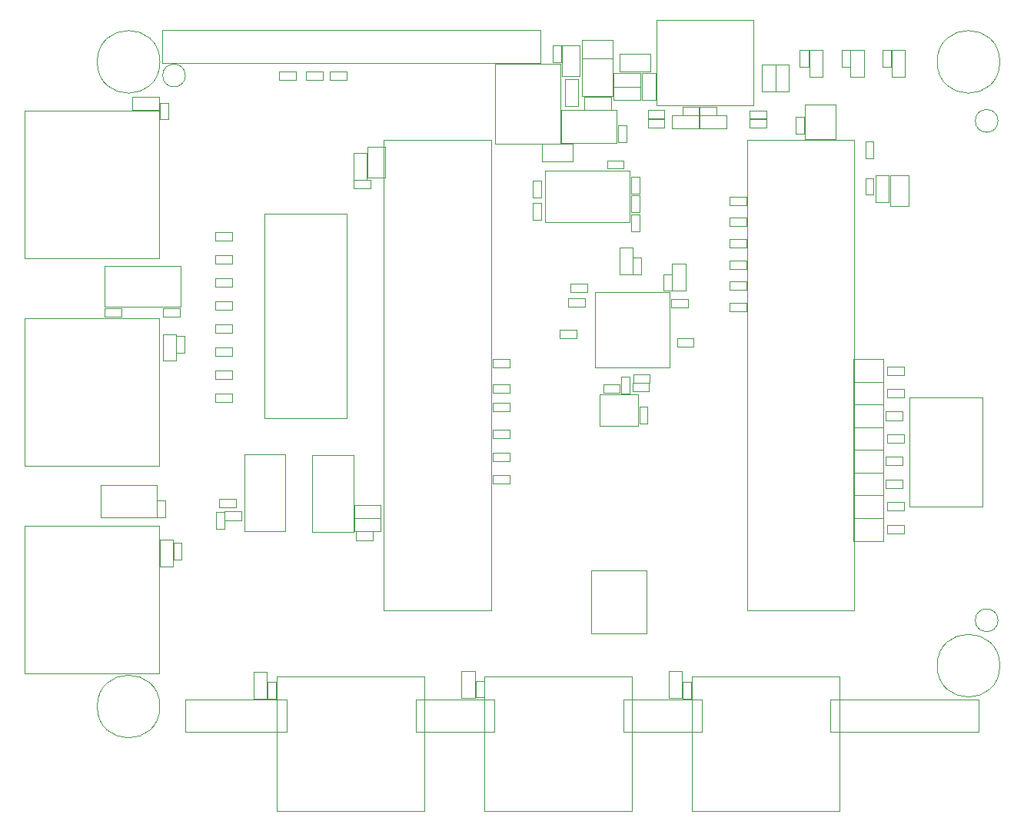
<source format=gbr>
%TF.GenerationSoftware,KiCad,Pcbnew,8.0.4-8.0.4-0~ubuntu22.04.1*%
%TF.CreationDate,2024-09-05T16:25:04-04:00*%
%TF.ProjectId,tinytapeout-demo,74696e79-7461-4706-956f-75742d64656d,2.0.1*%
%TF.SameCoordinates,PX38be5e0PY7d687e0*%
%TF.FileFunction,Other,User*%
%FSLAX46Y46*%
G04 Gerber Fmt 4.6, Leading zero omitted, Abs format (unit mm)*
G04 Created by KiCad (PCBNEW 8.0.4-8.0.4-0~ubuntu22.04.1) date 2024-09-05 16:25:04*
%MOMM*%
%LPD*%
G01*
G04 APERTURE LIST*
%ADD10C,0.050000*%
%ADD11C,0.120000*%
G04 APERTURE END LIST*
D10*
%TO.C,JP7*%
X142850000Y-92250000D02*
X142850000Y-94750000D01*
X142850000Y-92250000D02*
X146150000Y-92250000D01*
X146150000Y-94750000D02*
X142850000Y-94750000D01*
X146150000Y-94750000D02*
X146150000Y-92250000D01*
%TO.C,R53*%
X129170000Y-76510000D02*
X131030000Y-76510000D01*
X129170000Y-77450000D02*
X129170000Y-76510000D01*
X131030000Y-76510000D02*
X131030000Y-77450000D01*
X131030000Y-77450000D02*
X129170000Y-77450000D01*
%TO.C,R15*%
X146030000Y-55670000D02*
X146970000Y-55670000D01*
X146030000Y-57530000D02*
X146030000Y-55670000D01*
X146970000Y-55670000D02*
X146970000Y-57530000D01*
X146970000Y-57530000D02*
X146030000Y-57530000D01*
%TO.C,C32*%
X117070000Y-77420000D02*
X118530000Y-77420000D01*
X117070000Y-80380000D02*
X117070000Y-77420000D01*
X118530000Y-77420000D02*
X118530000Y-80380000D01*
X118530000Y-80380000D02*
X117070000Y-80380000D01*
%TO.C,C23*%
X144140000Y-65790000D02*
X145060000Y-65790000D01*
X144140000Y-67610000D02*
X144140000Y-65790000D01*
X145060000Y-65790000D02*
X145060000Y-67610000D01*
X145060000Y-67610000D02*
X144140000Y-67610000D01*
%TO.C,C36*%
X118490000Y-92390000D02*
X120310000Y-92390000D01*
X118490000Y-93310000D02*
X118490000Y-92390000D01*
X120310000Y-92390000D02*
X120310000Y-93310000D01*
X120310000Y-93310000D02*
X118490000Y-93310000D01*
%TO.C,R55*%
X129170000Y-71830000D02*
X131030000Y-71830000D01*
X129170000Y-72770000D02*
X129170000Y-71830000D01*
X131030000Y-71830000D02*
X131030000Y-72770000D01*
X131030000Y-72770000D02*
X129170000Y-72770000D01*
%TO.C,JP1*%
X142850000Y-107250000D02*
X142850000Y-109750000D01*
X142850000Y-107250000D02*
X146150000Y-107250000D01*
X146150000Y-109750000D02*
X142850000Y-109750000D01*
X146150000Y-109750000D02*
X146150000Y-107250000D01*
%TO.C,R20*%
X120170000Y-63280000D02*
X122030000Y-63280000D01*
X120170000Y-64220000D02*
X120170000Y-63280000D01*
X122030000Y-63280000D02*
X122030000Y-64220000D01*
X122030000Y-64220000D02*
X120170000Y-64220000D01*
%TO.C,MT3*%
X66450000Y-57000000D02*
G75*
G02*
X59550000Y-57000000I-3450000J0D01*
G01*
X59550000Y-57000000D02*
G75*
G02*
X66450000Y-57000000I3450000J0D01*
G01*
%TO.C,C16*%
X146920000Y-69450000D02*
X148880000Y-69450000D01*
X146920000Y-72850000D02*
X146920000Y-69450000D01*
X148880000Y-69450000D02*
X148880000Y-72850000D01*
X148880000Y-72850000D02*
X146920000Y-72850000D01*
%TO.C,FID3*%
X158750000Y-63500000D02*
G75*
G02*
X156250000Y-63500000I-1250000J0D01*
G01*
X156250000Y-63500000D02*
G75*
G02*
X158750000Y-63500000I1250000J0D01*
G01*
%TO.C,R38*%
X118330000Y-69670000D02*
X119270000Y-69670000D01*
X118330000Y-71530000D02*
X118330000Y-69670000D01*
X119270000Y-69670000D02*
X119270000Y-71530000D01*
X119270000Y-71530000D02*
X118330000Y-71530000D01*
%TO.C,C48*%
X119570000Y-58220000D02*
X121030000Y-58220000D01*
X119570000Y-61180000D02*
X119570000Y-58220000D01*
X121030000Y-58220000D02*
X121030000Y-61180000D01*
X121030000Y-61180000D02*
X119570000Y-61180000D01*
%TO.C,J13*%
X51550000Y-85240000D02*
X51550000Y-101490000D01*
X51550000Y-101490000D02*
X66400000Y-101490000D01*
X66400000Y-85240000D02*
X51550000Y-85240000D01*
X66400000Y-101490000D02*
X66400000Y-85240000D01*
%TO.C,C6*%
X108500000Y-66020000D02*
X111900000Y-66020000D01*
X108500000Y-67980000D02*
X108500000Y-66020000D01*
X111900000Y-66020000D02*
X111900000Y-67980000D01*
X111900000Y-67980000D02*
X108500000Y-67980000D01*
%TO.C,R5*%
X72560000Y-83358571D02*
X74420000Y-83358571D01*
X72560000Y-84298571D02*
X72560000Y-83358571D01*
X74420000Y-83358571D02*
X74420000Y-84298571D01*
X74420000Y-84298571D02*
X72560000Y-84298571D01*
%TO.C,C56*%
X67940000Y-109990000D02*
X68860000Y-109990000D01*
X67940000Y-111810000D02*
X67940000Y-109990000D01*
X68860000Y-109990000D02*
X68860000Y-111810000D01*
X68860000Y-111810000D02*
X67940000Y-111810000D01*
%TO.C,C7*%
X112900000Y-54620000D02*
X116300000Y-54620000D01*
X112900000Y-56580000D02*
X112900000Y-54620000D01*
X116300000Y-54620000D02*
X116300000Y-56580000D01*
X116300000Y-56580000D02*
X112900000Y-56580000D01*
%TO.C,R7*%
X87830000Y-107270000D02*
X90790000Y-107270000D01*
X87830000Y-108730000D02*
X87830000Y-107270000D01*
X90790000Y-107270000D02*
X90790000Y-108730000D01*
X90790000Y-108730000D02*
X87830000Y-108730000D01*
%TO.C,R1*%
X72560000Y-93530000D02*
X74420000Y-93530000D01*
X72560000Y-94470000D02*
X72560000Y-93530000D01*
X74420000Y-93530000D02*
X74420000Y-94470000D01*
X74420000Y-94470000D02*
X72560000Y-94470000D01*
%TO.C,C29*%
X115290000Y-92540000D02*
X117110000Y-92540000D01*
X115290000Y-93460000D02*
X115290000Y-92540000D01*
X117110000Y-92540000D02*
X117110000Y-93460000D01*
X117110000Y-93460000D02*
X115290000Y-93460000D01*
%TO.C,J2*%
X69220000Y-127200000D02*
X69220000Y-130800000D01*
X69220000Y-130800000D02*
X80420000Y-130800000D01*
X80420000Y-127200000D02*
X69220000Y-127200000D01*
X80420000Y-130800000D02*
X80420000Y-127200000D01*
%TO.C,C24*%
X87790000Y-70040000D02*
X89610000Y-70040000D01*
X87790000Y-70960000D02*
X87790000Y-70040000D01*
X89610000Y-70040000D02*
X89610000Y-70960000D01*
X89610000Y-70960000D02*
X87790000Y-70960000D01*
%TO.C,C8*%
X124040000Y-125290000D02*
X124960000Y-125290000D01*
X124040000Y-127110000D02*
X124040000Y-125290000D01*
X124960000Y-125290000D02*
X124960000Y-127110000D01*
X124960000Y-127110000D02*
X124040000Y-127110000D01*
%TO.C,Y1*%
X114900000Y-93650000D02*
X114900000Y-97050000D01*
X114900000Y-97050000D02*
X119100000Y-97050000D01*
X119100000Y-93650000D02*
X114900000Y-93650000D01*
X119100000Y-97050000D02*
X119100000Y-93650000D01*
%TO.C,R18*%
X136930000Y-55670000D02*
X137870000Y-55670000D01*
X136930000Y-57530000D02*
X136930000Y-55670000D01*
X137870000Y-55670000D02*
X137870000Y-57530000D01*
X137870000Y-57530000D02*
X136930000Y-57530000D01*
%TO.C,C58*%
X66440000Y-61490000D02*
X67360000Y-61490000D01*
X66440000Y-63310000D02*
X66440000Y-61490000D01*
X67360000Y-61490000D02*
X67360000Y-63310000D01*
X67360000Y-63310000D02*
X66440000Y-63310000D01*
%TO.C,R50*%
X136430000Y-63070000D02*
X137370000Y-63070000D01*
X136430000Y-64930000D02*
X136430000Y-63070000D01*
X137370000Y-63070000D02*
X137370000Y-64930000D01*
X137370000Y-64930000D02*
X136430000Y-64930000D01*
%TO.C,R11*%
X72570000Y-75730000D02*
X74430000Y-75730000D01*
X72570000Y-76670000D02*
X72570000Y-75730000D01*
X74430000Y-75730000D02*
X74430000Y-76670000D01*
X74430000Y-76670000D02*
X72570000Y-76670000D01*
%TO.C,R43*%
X103070000Y-100030000D02*
X104930000Y-100030000D01*
X103070000Y-100970000D02*
X103070000Y-100030000D01*
X104930000Y-100030000D02*
X104930000Y-100970000D01*
X104930000Y-100970000D02*
X103070000Y-100970000D01*
%TO.C,C46*%
X131390000Y-62340000D02*
X133210000Y-62340000D01*
X131390000Y-63260000D02*
X131390000Y-62340000D01*
X133210000Y-62340000D02*
X133210000Y-63260000D01*
X133210000Y-63260000D02*
X131390000Y-63260000D01*
%TO.C,C4*%
X78340000Y-125290000D02*
X79260000Y-125290000D01*
X78340000Y-127110000D02*
X78340000Y-125290000D01*
X79260000Y-125290000D02*
X79260000Y-127110000D01*
X79260000Y-127110000D02*
X78340000Y-127110000D01*
%TO.C,R24*%
X146410000Y-103001428D02*
X148270000Y-103001428D01*
X146410000Y-103941428D02*
X146410000Y-103001428D01*
X148270000Y-103001428D02*
X148270000Y-103941428D01*
X148270000Y-103941428D02*
X146410000Y-103941428D01*
%TO.C,R22*%
X146560000Y-107990000D02*
X148420000Y-107990000D01*
X146560000Y-108930000D02*
X146560000Y-107990000D01*
X148420000Y-107990000D02*
X148420000Y-108930000D01*
X148420000Y-108930000D02*
X146560000Y-108930000D01*
%TO.C,C47*%
X120190000Y-62290000D02*
X122010000Y-62290000D01*
X120190000Y-63210000D02*
X120190000Y-62290000D01*
X122010000Y-62290000D02*
X122010000Y-63210000D01*
X122010000Y-63210000D02*
X120190000Y-63210000D01*
%TO.C,JP3*%
X142850000Y-102250000D02*
X142850000Y-104750000D01*
X142850000Y-102250000D02*
X146150000Y-102250000D01*
X146150000Y-104750000D02*
X142850000Y-104750000D01*
X146150000Y-104750000D02*
X146150000Y-102250000D01*
%TO.C,R3*%
X72560000Y-88444285D02*
X74420000Y-88444285D01*
X72560000Y-89384285D02*
X72560000Y-88444285D01*
X74420000Y-88444285D02*
X74420000Y-89384285D01*
X74420000Y-89384285D02*
X72560000Y-89384285D01*
%TO.C,JP8*%
X142850000Y-89750000D02*
X142850000Y-92250000D01*
X142850000Y-89750000D02*
X146150000Y-89750000D01*
X146150000Y-92250000D02*
X142850000Y-92250000D01*
X146150000Y-92250000D02*
X146150000Y-89750000D01*
%TO.C,J8*%
X117505000Y-127200000D02*
X117505000Y-130800000D01*
X117505000Y-130800000D02*
X126155000Y-130800000D01*
X126155000Y-127200000D02*
X117505000Y-127200000D01*
X126155000Y-130800000D02*
X126155000Y-127200000D01*
%TO.C,C2*%
X72990000Y-105140000D02*
X74810000Y-105140000D01*
X72990000Y-106060000D02*
X72990000Y-105140000D01*
X74810000Y-105140000D02*
X74810000Y-106060000D01*
X74810000Y-106060000D02*
X72990000Y-106060000D01*
%TO.C,J12*%
X51550000Y-108100000D02*
X51550000Y-124350000D01*
X51550000Y-124350000D02*
X66400000Y-124350000D01*
X66400000Y-108100000D02*
X51550000Y-108100000D01*
X66400000Y-124350000D02*
X66400000Y-108100000D01*
%TO.C,R41*%
X111403884Y-83041018D02*
X113263884Y-83041018D01*
X111403884Y-83981018D02*
X111403884Y-83041018D01*
X113263884Y-83041018D02*
X113263884Y-83981018D01*
X113263884Y-83981018D02*
X111403884Y-83981018D01*
D11*
%TO.C,SW2*%
X75750000Y-100250000D02*
X75750000Y-108650000D01*
X75750000Y-108650000D02*
X80250000Y-108650000D01*
X80250000Y-100250000D02*
X75750000Y-100250000D01*
X80250000Y-108650000D02*
X80250000Y-100250000D01*
D10*
%TO.C,R8*%
X73580000Y-106530000D02*
X75440000Y-106530000D01*
X73580000Y-107470000D02*
X73580000Y-106530000D01*
X75440000Y-106530000D02*
X75440000Y-107470000D01*
X75440000Y-107470000D02*
X73580000Y-107470000D01*
%TO.C,R54*%
X129170000Y-74170000D02*
X131030000Y-74170000D01*
X129170000Y-75110000D02*
X129170000Y-74170000D01*
X131030000Y-74170000D02*
X131030000Y-75110000D01*
X131030000Y-75110000D02*
X129170000Y-75110000D01*
%TO.C,C49*%
X116420000Y-59770000D02*
X119380000Y-59770000D01*
X116420000Y-61230000D02*
X116420000Y-59770000D01*
X119380000Y-59770000D02*
X119380000Y-61230000D01*
X119380000Y-61230000D02*
X116420000Y-61230000D01*
%TO.C,C35*%
X123390000Y-87440000D02*
X125210000Y-87440000D01*
X123390000Y-88360000D02*
X123390000Y-87440000D01*
X125210000Y-87440000D02*
X125210000Y-88360000D01*
X125210000Y-88360000D02*
X123390000Y-88360000D01*
%TO.C,J20*%
X121180000Y-61770000D02*
X121180000Y-52350000D01*
X131820000Y-52350000D02*
X121180000Y-52350000D01*
X131820000Y-61770000D02*
X121180000Y-61770000D01*
X131820000Y-61770000D02*
X131820000Y-52350000D01*
%TO.C,J3*%
X79355000Y-124655000D02*
X79355000Y-139505000D01*
X79355000Y-139505000D02*
X95605000Y-139505000D01*
X95605000Y-124655000D02*
X79355000Y-124655000D01*
X95605000Y-139505000D02*
X95605000Y-124655000D01*
%TO.C,J7*%
X113950000Y-113050000D02*
X113950000Y-119950000D01*
X113950000Y-119950000D02*
X120050000Y-119950000D01*
X120050000Y-113050000D02*
X113950000Y-113050000D01*
X120050000Y-119950000D02*
X120050000Y-113050000D01*
%TO.C,R12*%
X88080000Y-108730000D02*
X89940000Y-108730000D01*
X88080000Y-109670000D02*
X88080000Y-108730000D01*
X89940000Y-108730000D02*
X89940000Y-109670000D01*
X89940000Y-109670000D02*
X88080000Y-109670000D01*
%TO.C,C25*%
X87770000Y-67020000D02*
X89230000Y-67020000D01*
X87770000Y-69980000D02*
X87770000Y-67020000D01*
X89230000Y-67020000D02*
X89230000Y-69980000D01*
X89230000Y-69980000D02*
X87770000Y-69980000D01*
%TO.C,MT4*%
X158950000Y-57000000D02*
G75*
G02*
X152050000Y-57000000I-3450000J0D01*
G01*
X152050000Y-57000000D02*
G75*
G02*
X158950000Y-57000000I3450000J0D01*
G01*
%TO.C,MT2*%
X158950000Y-123500000D02*
G75*
G02*
X152050000Y-123500000I-3450000J0D01*
G01*
X152050000Y-123500000D02*
G75*
G02*
X158950000Y-123500000I3450000J0D01*
G01*
%TO.C,C5*%
X76770000Y-124220000D02*
X78230000Y-124220000D01*
X76770000Y-127180000D02*
X76770000Y-124220000D01*
X78230000Y-124220000D02*
X78230000Y-127180000D01*
X78230000Y-127180000D02*
X76770000Y-127180000D01*
%TO.C,R13*%
X72630000Y-106570000D02*
X73570000Y-106570000D01*
X72630000Y-108430000D02*
X72630000Y-106570000D01*
X73570000Y-106570000D02*
X73570000Y-108430000D01*
X73570000Y-108430000D02*
X72630000Y-108430000D01*
%TO.C,R21*%
X131370000Y-63330000D02*
X133230000Y-63330000D01*
X131370000Y-64270000D02*
X131370000Y-63330000D01*
X133230000Y-63330000D02*
X133230000Y-64270000D01*
X133230000Y-64270000D02*
X131370000Y-64270000D01*
%TO.C,R42*%
X103080000Y-102530000D02*
X104940000Y-102530000D01*
X103080000Y-103470000D02*
X103080000Y-102530000D01*
X104940000Y-102530000D02*
X104940000Y-103470000D01*
X104940000Y-103470000D02*
X103080000Y-103470000D01*
%TO.C,J5*%
X102215000Y-124655000D02*
X102215000Y-139505000D01*
X102215000Y-139505000D02*
X118465000Y-139505000D01*
X118465000Y-124655000D02*
X102215000Y-124655000D01*
X118465000Y-139505000D02*
X118465000Y-124655000D01*
%TO.C,C21*%
X89320000Y-66350000D02*
X91280000Y-66350000D01*
X89320000Y-69750000D02*
X89320000Y-66350000D01*
X91280000Y-66350000D02*
X91280000Y-69750000D01*
X91280000Y-69750000D02*
X89320000Y-69750000D01*
%TO.C,R49*%
X111070000Y-58920000D02*
X112530000Y-58920000D01*
X111070000Y-61880000D02*
X111070000Y-58920000D01*
X112530000Y-58920000D02*
X112530000Y-61880000D01*
X112530000Y-61880000D02*
X111070000Y-61880000D01*
%TO.C,R2*%
X72560000Y-90987142D02*
X74420000Y-90987142D01*
X72560000Y-91927142D02*
X72560000Y-90987142D01*
X74420000Y-90987142D02*
X74420000Y-91927142D01*
X74420000Y-91927142D02*
X72560000Y-91927142D01*
%TO.C,D5*%
X125920000Y-62870000D02*
X128880000Y-62870000D01*
X125920000Y-64330000D02*
X125920000Y-62870000D01*
X128880000Y-62870000D02*
X128880000Y-64330000D01*
X128880000Y-64330000D02*
X125920000Y-64330000D01*
%TO.C,JP2*%
X142850000Y-104750000D02*
X142850000Y-107250000D01*
X142850000Y-104750000D02*
X146150000Y-104750000D01*
X146150000Y-107250000D02*
X142850000Y-107250000D01*
X146150000Y-107250000D02*
X146150000Y-104750000D01*
%TO.C,C30*%
X119240000Y-94990000D02*
X120160000Y-94990000D01*
X119240000Y-96810000D02*
X119240000Y-94990000D01*
X120160000Y-94990000D02*
X120160000Y-96810000D01*
X120160000Y-96810000D02*
X119240000Y-96810000D01*
%TO.C,R28*%
X146560000Y-93024284D02*
X148420000Y-93024284D01*
X146560000Y-93964284D02*
X146560000Y-93024284D01*
X148420000Y-93024284D02*
X148420000Y-93964284D01*
X148420000Y-93964284D02*
X146560000Y-93964284D01*
%TO.C,C39*%
X111690000Y-81440000D02*
X113510000Y-81440000D01*
X111690000Y-82360000D02*
X111690000Y-81440000D01*
X113510000Y-81440000D02*
X113510000Y-82360000D01*
X113510000Y-82360000D02*
X111690000Y-82360000D01*
%TO.C,U1*%
D11*
X149000000Y-106000000D02*
X157000000Y-106000000D01*
X157000000Y-94000000D01*
X149000000Y-94000000D01*
X149000000Y-106000000D01*
D10*
%TO.C,R23*%
X146560000Y-105495714D02*
X148420000Y-105495714D01*
X146560000Y-106435714D02*
X146560000Y-105495714D01*
X148420000Y-105495714D02*
X148420000Y-106435714D01*
X148420000Y-106435714D02*
X146560000Y-106435714D01*
%TO.C,C38*%
X110490000Y-86540000D02*
X112310000Y-86540000D01*
X110490000Y-87460000D02*
X110490000Y-86540000D01*
X112310000Y-86540000D02*
X112310000Y-87460000D01*
X112310000Y-87460000D02*
X110490000Y-87460000D01*
%TO.C,R45*%
X103070000Y-94530000D02*
X104930000Y-94530000D01*
X103070000Y-95470000D02*
X103070000Y-94530000D01*
X104930000Y-94530000D02*
X104930000Y-95470000D01*
X104930000Y-95470000D02*
X103070000Y-95470000D01*
%TO.C,U5*%
X108850000Y-68940000D02*
X108850000Y-74660000D01*
X108850000Y-74660000D02*
X118150000Y-74660000D01*
X118150000Y-68940000D02*
X108850000Y-68940000D01*
X118150000Y-74660000D02*
X118150000Y-68940000D01*
%TO.C,R51*%
X129170000Y-81190000D02*
X131030000Y-81190000D01*
X129170000Y-82130000D02*
X129170000Y-81190000D01*
X131030000Y-81190000D02*
X131030000Y-82130000D01*
X131030000Y-82130000D02*
X129170000Y-82130000D01*
%TO.C,C37*%
X122870000Y-79220000D02*
X124330000Y-79220000D01*
X122870000Y-82180000D02*
X122870000Y-79220000D01*
X124330000Y-79220000D02*
X124330000Y-82180000D01*
X124330000Y-82180000D02*
X122870000Y-82180000D01*
%TO.C,R35*%
X107530000Y-72570000D02*
X108470000Y-72570000D01*
X107530000Y-74430000D02*
X107530000Y-72570000D01*
X108470000Y-72570000D02*
X108470000Y-74430000D01*
X108470000Y-74430000D02*
X107530000Y-74430000D01*
%TO.C,J10*%
X59925000Y-103595000D02*
X59925000Y-107195000D01*
X59925000Y-107195000D02*
X66075000Y-107195000D01*
X66075000Y-103595000D02*
X59925000Y-103595000D01*
X66075000Y-107195000D02*
X66075000Y-103595000D01*
%TO.C,U6*%
X114380000Y-82380000D02*
X114380000Y-90620000D01*
X114380000Y-90620000D02*
X122620000Y-90620000D01*
X122620000Y-82380000D02*
X114380000Y-82380000D01*
X122620000Y-90620000D02*
X122620000Y-82380000D01*
%TO.C,C33*%
X121940000Y-80390000D02*
X122860000Y-80390000D01*
X121940000Y-82210000D02*
X121940000Y-80390000D01*
X122860000Y-80390000D02*
X122860000Y-82210000D01*
X122860000Y-82210000D02*
X121940000Y-82210000D01*
%TO.C,Q1*%
X137500000Y-61680000D02*
X137500000Y-65520000D01*
X137500000Y-65520000D02*
X140900000Y-65520000D01*
X140900000Y-61680000D02*
X137500000Y-61680000D01*
X140900000Y-65520000D02*
X140900000Y-61680000D01*
%TO.C,R27*%
X146410000Y-95518570D02*
X148270000Y-95518570D01*
X146410000Y-96458570D02*
X146410000Y-95518570D01*
X148270000Y-95518570D02*
X148270000Y-96458570D01*
X148270000Y-96458570D02*
X146410000Y-96458570D01*
%TO.C,J17*%
X94660000Y-127200000D02*
X94660000Y-130800000D01*
X94660000Y-130800000D02*
X103310000Y-130800000D01*
X103310000Y-127200000D02*
X94660000Y-127200000D01*
X103310000Y-130800000D02*
X103310000Y-127200000D01*
%TO.C,C9*%
X122470000Y-124120000D02*
X123930000Y-124120000D01*
X122470000Y-127080000D02*
X122470000Y-124120000D01*
X123930000Y-124120000D02*
X123930000Y-127080000D01*
X123930000Y-127080000D02*
X122470000Y-127080000D01*
%TO.C,F1*%
X117120000Y-56150000D02*
X120480000Y-56150000D01*
X117120000Y-58050000D02*
X117120000Y-56150000D01*
X120480000Y-56150000D02*
X120480000Y-58050000D01*
X120480000Y-58050000D02*
X117120000Y-58050000D01*
%TO.C,J9*%
X66700000Y-53500000D02*
X66700000Y-57100000D01*
X66700000Y-57100000D02*
X108400000Y-57100000D01*
X108400000Y-53500000D02*
X66700000Y-53500000D01*
X108400000Y-57100000D02*
X108400000Y-53500000D01*
%TO.C,C12*%
X109740000Y-55190000D02*
X110660000Y-55190000D01*
X109740000Y-57010000D02*
X109740000Y-55190000D01*
X110660000Y-55190000D02*
X110660000Y-57010000D01*
X110660000Y-57010000D02*
X109740000Y-57010000D01*
%TO.C,R40*%
X107530000Y-70070000D02*
X108470000Y-70070000D01*
X107530000Y-71930000D02*
X107530000Y-70070000D01*
X108470000Y-70070000D02*
X108470000Y-71930000D01*
X108470000Y-71930000D02*
X107530000Y-71930000D01*
%TO.C,C45*%
X123990000Y-61940000D02*
X125810000Y-61940000D01*
X123990000Y-62860000D02*
X123990000Y-61940000D01*
X125810000Y-61940000D02*
X125810000Y-62860000D01*
X125810000Y-62860000D02*
X123990000Y-62860000D01*
%TO.C,R37*%
X117230000Y-91670000D02*
X118170000Y-91670000D01*
X117230000Y-93530000D02*
X117230000Y-91670000D01*
X118170000Y-91670000D02*
X118170000Y-93530000D01*
X118170000Y-93530000D02*
X117230000Y-93530000D01*
%TO.C,C26*%
X144140000Y-69790000D02*
X145060000Y-69790000D01*
X144140000Y-71610000D02*
X144140000Y-69790000D01*
X145060000Y-69790000D02*
X145060000Y-71610000D01*
X145060000Y-71610000D02*
X144140000Y-71610000D01*
%TO.C,C15*%
X99670000Y-124120000D02*
X101130000Y-124120000D01*
X99670000Y-127080000D02*
X99670000Y-124120000D01*
X101130000Y-124120000D02*
X101130000Y-127080000D01*
X101130000Y-127080000D02*
X99670000Y-127080000D01*
D11*
%TO.C,SW3*%
X60375000Y-79450000D02*
X60375000Y-83950000D01*
X60375000Y-83950000D02*
X68775000Y-83950000D01*
X68775000Y-79450000D02*
X60375000Y-79450000D01*
X68775000Y-83950000D02*
X68775000Y-79450000D01*
D10*
%TO.C,R16*%
X134270000Y-57260000D02*
X135730000Y-57260000D01*
X134270000Y-60220000D02*
X134270000Y-57260000D01*
X135730000Y-57260000D02*
X135730000Y-60220000D01*
X135730000Y-60220000D02*
X134270000Y-60220000D01*
%TO.C,C17*%
X145270000Y-69520000D02*
X146730000Y-69520000D01*
X145270000Y-72480000D02*
X145270000Y-69520000D01*
X146730000Y-69520000D02*
X146730000Y-72480000D01*
X146730000Y-72480000D02*
X145270000Y-72480000D01*
D11*
%TO.C,SW1*%
X83250000Y-100350000D02*
X83250000Y-108750000D01*
X83250000Y-108750000D02*
X87750000Y-108750000D01*
X87750000Y-100350000D02*
X83250000Y-100350000D01*
X87750000Y-108750000D02*
X87750000Y-100350000D01*
D10*
%TO.C,C3*%
X132770000Y-57260000D02*
X134230000Y-57260000D01*
X132770000Y-60220000D02*
X132770000Y-57260000D01*
X134230000Y-57260000D02*
X134230000Y-60220000D01*
X134230000Y-60220000D02*
X132770000Y-60220000D01*
%TO.C,FID2*%
X69250000Y-58500000D02*
G75*
G02*
X66750000Y-58500000I-1250000J0D01*
G01*
X66750000Y-58500000D02*
G75*
G02*
X69250000Y-58500000I1250000J0D01*
G01*
%TO.C,R17*%
X141530000Y-55670000D02*
X142470000Y-55670000D01*
X141530000Y-57530000D02*
X141530000Y-55670000D01*
X142470000Y-55670000D02*
X142470000Y-57530000D01*
X142470000Y-57530000D02*
X141530000Y-57530000D01*
%TO.C,C34*%
X122790000Y-83140000D02*
X124610000Y-83140000D01*
X122790000Y-84060000D02*
X122790000Y-83140000D01*
X124610000Y-83140000D02*
X124610000Y-84060000D01*
X124610000Y-84060000D02*
X122790000Y-84060000D01*
%TO.C,JP5*%
X142850000Y-97250000D02*
X142850000Y-99750000D01*
X142850000Y-97250000D02*
X146150000Y-97250000D01*
X146150000Y-99750000D02*
X142850000Y-99750000D01*
X146150000Y-99750000D02*
X146150000Y-97250000D01*
%TO.C,R31*%
X79570000Y-58030000D02*
X81430000Y-58030000D01*
X79570000Y-58970000D02*
X79570000Y-58030000D01*
X81430000Y-58030000D02*
X81430000Y-58970000D01*
X81430000Y-58970000D02*
X79570000Y-58970000D01*
%TO.C,U3*%
X112900000Y-56650000D02*
X112900000Y-60750000D01*
X112900000Y-60750000D02*
X116300000Y-60750000D01*
X116300000Y-56650000D02*
X112900000Y-56650000D01*
X116300000Y-60750000D02*
X116300000Y-56650000D01*
%TO.C,C60*%
X68240000Y-87195000D02*
X69160000Y-87195000D01*
X68240000Y-89015000D02*
X68240000Y-87195000D01*
X69160000Y-87195000D02*
X69160000Y-89015000D01*
X69160000Y-89015000D02*
X68240000Y-89015000D01*
%TO.C,U2*%
X103400000Y-57200000D02*
X103400000Y-66000000D01*
X103400000Y-66000000D02*
X110600000Y-66000000D01*
X110600000Y-57200000D02*
X103400000Y-57200000D01*
X110600000Y-66000000D02*
X110600000Y-57200000D01*
%TO.C,R25*%
X146410000Y-100507142D02*
X148270000Y-100507142D01*
X146410000Y-101447142D02*
X146410000Y-100507142D01*
X148270000Y-100507142D02*
X148270000Y-101447142D01*
X148270000Y-101447142D02*
X146410000Y-101447142D01*
%TO.C,J14*%
X51550000Y-62380000D02*
X51550000Y-78630000D01*
X51550000Y-78630000D02*
X66400000Y-78630000D01*
X66400000Y-62380000D02*
X51550000Y-62380000D01*
X66400000Y-78630000D02*
X66400000Y-62380000D01*
%TO.C,FID1*%
X158750000Y-118500000D02*
G75*
G02*
X156250000Y-118500000I-1250000J0D01*
G01*
X156250000Y-118500000D02*
G75*
G02*
X158750000Y-118500000I1250000J0D01*
G01*
%TO.C,R29*%
X146560000Y-90530000D02*
X148420000Y-90530000D01*
X146560000Y-91470000D02*
X146560000Y-90530000D01*
X148420000Y-90530000D02*
X148420000Y-91470000D01*
X148420000Y-91470000D02*
X146560000Y-91470000D01*
%TO.C,C61*%
X66770000Y-86975000D02*
X68230000Y-86975000D01*
X66770000Y-89935000D02*
X66770000Y-86975000D01*
X68230000Y-86975000D02*
X68230000Y-89935000D01*
X68230000Y-89935000D02*
X66770000Y-89935000D01*
%TO.C,R47*%
X103070000Y-89720000D02*
X104930000Y-89720000D01*
X103070000Y-90660000D02*
X103070000Y-89720000D01*
X104930000Y-89720000D02*
X104930000Y-90660000D01*
X104930000Y-90660000D02*
X103070000Y-90660000D01*
%TO.C,R6*%
X72560000Y-80815714D02*
X74420000Y-80815714D01*
X72560000Y-81755714D02*
X72560000Y-80815714D01*
X74420000Y-80815714D02*
X74420000Y-81755714D01*
X74420000Y-81755714D02*
X72560000Y-81755714D01*
%TO.C,JP6*%
X142850000Y-94750000D02*
X142850000Y-97250000D01*
X142850000Y-94750000D02*
X146150000Y-94750000D01*
X146150000Y-97250000D02*
X142850000Y-97250000D01*
X146150000Y-97250000D02*
X146150000Y-94750000D01*
%TO.C,C11*%
X113170000Y-60870000D02*
X116130000Y-60870000D01*
X113170000Y-62330000D02*
X113170000Y-60870000D01*
X116130000Y-60870000D02*
X116130000Y-62330000D01*
X116130000Y-62330000D02*
X113170000Y-62330000D01*
%TO.C,J4*%
X91100000Y-65600000D02*
X91100000Y-117400000D01*
X91100000Y-117400000D02*
X102900000Y-117400000D01*
X102900000Y-65600000D02*
X91100000Y-65600000D01*
X102900000Y-117400000D02*
X102900000Y-65600000D01*
X131100000Y-65600000D02*
X131100000Y-117400000D01*
X131100000Y-117400000D02*
X142900000Y-117400000D01*
X142900000Y-65600000D02*
X131100000Y-65600000D01*
X142900000Y-117400000D02*
X142900000Y-65600000D01*
%TO.C,J1*%
X140310000Y-127200000D02*
X140310000Y-130800000D01*
X140310000Y-130800000D02*
X156610000Y-130800000D01*
X156610000Y-127200000D02*
X140310000Y-127200000D01*
X156610000Y-130800000D02*
X156610000Y-127200000D01*
%TO.C,R10*%
X72560000Y-78272857D02*
X74420000Y-78272857D01*
X72560000Y-79212857D02*
X72560000Y-78272857D01*
X74420000Y-78272857D02*
X74420000Y-79212857D01*
X74420000Y-79212857D02*
X72560000Y-79212857D01*
%TO.C,J19*%
X110625000Y-62300000D02*
X110625000Y-65900000D01*
X110625000Y-65900000D02*
X116775000Y-65900000D01*
X116775000Y-62300000D02*
X110625000Y-62300000D01*
X116775000Y-65900000D02*
X116775000Y-62300000D01*
%TO.C,D2*%
X142520000Y-55720000D02*
X143980000Y-55720000D01*
X142520000Y-58680000D02*
X142520000Y-55720000D01*
X143980000Y-55720000D02*
X143980000Y-58680000D01*
X143980000Y-58680000D02*
X142520000Y-58680000D01*
%TO.C,R30*%
X85170000Y-58030000D02*
X87030000Y-58030000D01*
X85170000Y-58970000D02*
X85170000Y-58030000D01*
X87030000Y-58030000D02*
X87030000Y-58970000D01*
X87030000Y-58970000D02*
X85170000Y-58970000D01*
%TO.C,R44*%
X103070000Y-97530000D02*
X104930000Y-97530000D01*
X103070000Y-98470000D02*
X103070000Y-97530000D01*
X104930000Y-97530000D02*
X104930000Y-98470000D01*
X104930000Y-98470000D02*
X103070000Y-98470000D01*
%TO.C,R26*%
X146560000Y-98012856D02*
X148420000Y-98012856D01*
X146560000Y-98952856D02*
X146560000Y-98012856D01*
X148420000Y-98012856D02*
X148420000Y-98952856D01*
X148420000Y-98952856D02*
X146560000Y-98952856D01*
%TO.C,C41*%
X118540000Y-78590000D02*
X119460000Y-78590000D01*
X118540000Y-80410000D02*
X118540000Y-78590000D01*
X119460000Y-78590000D02*
X119460000Y-80410000D01*
X119460000Y-80410000D02*
X118540000Y-80410000D01*
%TO.C,C13*%
X116940000Y-63990000D02*
X117860000Y-63990000D01*
X116940000Y-65810000D02*
X116940000Y-63990000D01*
X117860000Y-63990000D02*
X117860000Y-65810000D01*
X117860000Y-65810000D02*
X116940000Y-65810000D01*
%TO.C,R48*%
X129170000Y-83530000D02*
X131030000Y-83530000D01*
X129170000Y-84470000D02*
X129170000Y-83530000D01*
X131030000Y-83530000D02*
X131030000Y-84470000D01*
X131030000Y-84470000D02*
X129170000Y-84470000D01*
%TO.C,R52*%
X129170000Y-78850000D02*
X131030000Y-78850000D01*
X129170000Y-79790000D02*
X129170000Y-78850000D01*
X131030000Y-78850000D02*
X131030000Y-79790000D01*
X131030000Y-79790000D02*
X129170000Y-79790000D01*
%TO.C,FB1*%
X116420000Y-58270000D02*
X119380000Y-58270000D01*
X116420000Y-59730000D02*
X116420000Y-58270000D01*
X119380000Y-58270000D02*
X119380000Y-59730000D01*
X119380000Y-59730000D02*
X116420000Y-59730000D01*
%TO.C,J6*%
X125075000Y-124655000D02*
X125075000Y-139505000D01*
X125075000Y-139505000D02*
X141325000Y-139505000D01*
X141325000Y-124655000D02*
X125075000Y-124655000D01*
X141325000Y-139505000D02*
X141325000Y-124655000D01*
%TO.C,JP4*%
X142850000Y-99750000D02*
X142850000Y-102250000D01*
X142850000Y-99750000D02*
X146150000Y-99750000D01*
X146150000Y-102250000D02*
X142850000Y-102250000D01*
X146150000Y-102250000D02*
X146150000Y-99750000D01*
%TO.C,C57*%
X66470000Y-109620000D02*
X67930000Y-109620000D01*
X66470000Y-112580000D02*
X66470000Y-109620000D01*
X67930000Y-109620000D02*
X67930000Y-112580000D01*
X67930000Y-112580000D02*
X66470000Y-112580000D01*
%TO.C,C14*%
X101240000Y-125190000D02*
X102160000Y-125190000D01*
X101240000Y-127010000D02*
X101240000Y-125190000D01*
X102160000Y-125190000D02*
X102160000Y-127010000D01*
X102160000Y-127010000D02*
X101240000Y-127010000D01*
%TO.C,D3*%
X137970000Y-55720000D02*
X139430000Y-55720000D01*
X137970000Y-58680000D02*
X137970000Y-55720000D01*
X139430000Y-55720000D02*
X139430000Y-58680000D01*
X139430000Y-58680000D02*
X137970000Y-58680000D01*
%TO.C,R34*%
X118330000Y-71670000D02*
X119270000Y-71670000D01*
X118330000Y-73530000D02*
X118330000Y-71670000D01*
X119270000Y-71670000D02*
X119270000Y-73530000D01*
X119270000Y-73530000D02*
X118330000Y-73530000D01*
%TO.C,R9*%
X66770000Y-84130000D02*
X68630000Y-84130000D01*
X66770000Y-85070000D02*
X66770000Y-84130000D01*
X68630000Y-84130000D02*
X68630000Y-85070000D01*
X68630000Y-85070000D02*
X66770000Y-85070000D01*
%TO.C,R46*%
X103070000Y-92530000D02*
X104930000Y-92530000D01*
X103070000Y-93470000D02*
X103070000Y-92530000D01*
X104930000Y-92530000D02*
X104930000Y-93470000D01*
X104930000Y-93470000D02*
X103070000Y-93470000D01*
%TO.C,D1*%
X147070000Y-55720000D02*
X148530000Y-55720000D01*
X147070000Y-58680000D02*
X147070000Y-55720000D01*
X148530000Y-55720000D02*
X148530000Y-58680000D01*
X148530000Y-58680000D02*
X147070000Y-58680000D01*
%TO.C,R39*%
X118330000Y-73770000D02*
X119270000Y-73770000D01*
X118330000Y-75630000D02*
X118330000Y-73770000D01*
X119270000Y-73770000D02*
X119270000Y-75630000D01*
X119270000Y-75630000D02*
X118330000Y-75630000D01*
%TO.C,C10*%
X110720000Y-55200000D02*
X112680000Y-55200000D01*
X110720000Y-58600000D02*
X110720000Y-55200000D01*
X112680000Y-55200000D02*
X112680000Y-58600000D01*
X112680000Y-58600000D02*
X110720000Y-58600000D01*
%TO.C,D6*%
X122820000Y-62870000D02*
X125780000Y-62870000D01*
X122820000Y-64330000D02*
X122820000Y-62870000D01*
X125780000Y-62870000D02*
X125780000Y-64330000D01*
X125780000Y-64330000D02*
X122820000Y-64330000D01*
%TO.C,R32*%
X82570000Y-58030000D02*
X84430000Y-58030000D01*
X82570000Y-58970000D02*
X82570000Y-58030000D01*
X84430000Y-58030000D02*
X84430000Y-58970000D01*
X84430000Y-58970000D02*
X82570000Y-58970000D01*
%TO.C,MT1*%
X66450000Y-128000000D02*
G75*
G02*
X59550000Y-128000000I-3450000J0D01*
G01*
X59550000Y-128000000D02*
G75*
G02*
X66450000Y-128000000I3450000J0D01*
G01*
%TO.C,R4*%
X72560000Y-85901428D02*
X74420000Y-85901428D01*
X72560000Y-86841428D02*
X72560000Y-85901428D01*
X74420000Y-85901428D02*
X74420000Y-86841428D01*
X74420000Y-86841428D02*
X72560000Y-86841428D01*
%TO.C,C40*%
X118590000Y-91440000D02*
X120410000Y-91440000D01*
X118590000Y-92360000D02*
X118590000Y-91440000D01*
X120410000Y-91440000D02*
X120410000Y-92360000D01*
X120410000Y-92360000D02*
X118590000Y-92360000D01*
%TO.C,C1*%
X87830000Y-105770000D02*
X90790000Y-105770000D01*
X87830000Y-107230000D02*
X87830000Y-105770000D01*
X90790000Y-105770000D02*
X90790000Y-107230000D01*
X90790000Y-107230000D02*
X87830000Y-107230000D01*
%TO.C,SW4*%
D11*
X78000000Y-73750000D02*
X87000000Y-73750000D01*
X87000000Y-96250000D01*
X78000000Y-96250000D01*
X78000000Y-73750000D01*
D10*
%TO.C,C44*%
X125890000Y-61940000D02*
X127710000Y-61940000D01*
X125890000Y-62860000D02*
X125890000Y-61940000D01*
X127710000Y-61940000D02*
X127710000Y-62860000D01*
X127710000Y-62860000D02*
X125890000Y-62860000D01*
%TO.C,R36*%
X66130000Y-105325000D02*
X67070000Y-105325000D01*
X66130000Y-107185000D02*
X66130000Y-105325000D01*
X67070000Y-105325000D02*
X67070000Y-107185000D01*
X67070000Y-107185000D02*
X66130000Y-107185000D01*
%TO.C,C59*%
X63420000Y-60870000D02*
X66380000Y-60870000D01*
X63420000Y-62330000D02*
X63420000Y-60870000D01*
X66380000Y-60870000D02*
X66380000Y-62330000D01*
X66380000Y-62330000D02*
X63420000Y-62330000D01*
%TO.C,C31*%
X115690000Y-67840000D02*
X117510000Y-67840000D01*
X115690000Y-68760000D02*
X115690000Y-67840000D01*
X117510000Y-67840000D02*
X117510000Y-68760000D01*
X117510000Y-68760000D02*
X115690000Y-68760000D01*
%TO.C,R14*%
X60370000Y-84130000D02*
X62230000Y-84130000D01*
X60370000Y-85070000D02*
X60370000Y-84130000D01*
X62230000Y-84130000D02*
X62230000Y-85070000D01*
X62230000Y-85070000D02*
X60370000Y-85070000D01*
%TD*%
M02*

</source>
